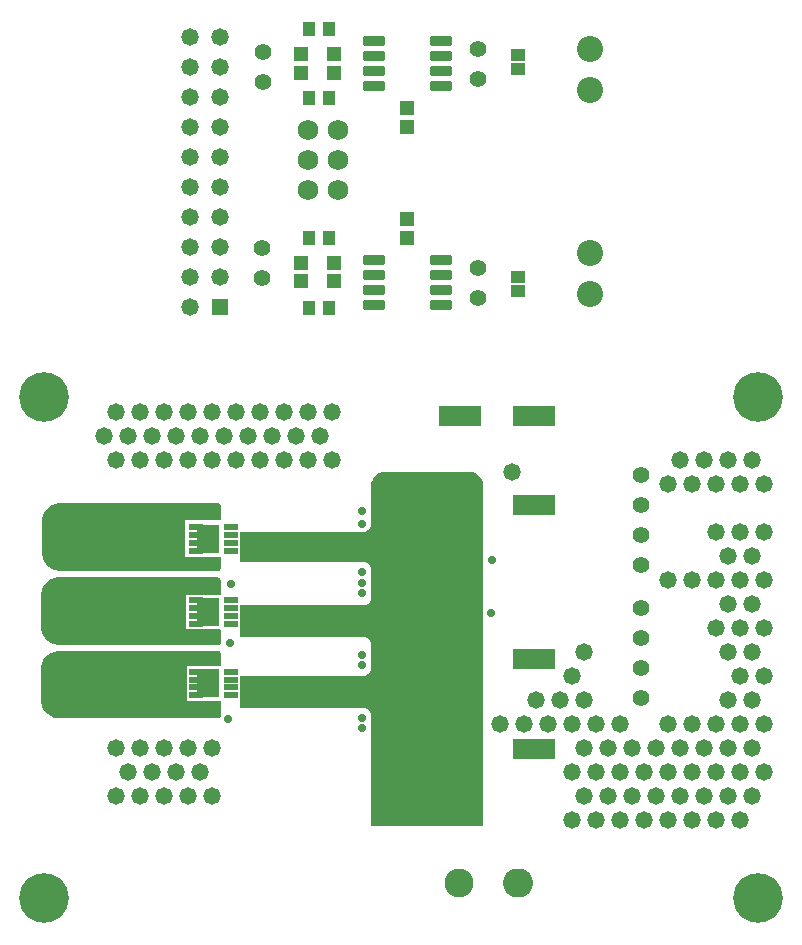
<source format=gts>
G04*
G04 #@! TF.GenerationSoftware,Altium Limited,Altium Designer,20.0.12 (288)*
G04*
G04 Layer_Color=8388736*
%FSLAX25Y25*%
%MOIN*%
G70*
G01*
G75*
%ADD22R,0.14186X0.07099*%
%ADD23R,0.04343X0.04737*%
%ADD24R,0.04737X0.04737*%
%ADD25R,0.04540X0.03950*%
G04:AMPARAMS|DCode=26|XSize=33.59mil|YSize=72.96mil|CornerRadius=5.92mil|HoleSize=0mil|Usage=FLASHONLY|Rotation=90.000|XOffset=0mil|YOffset=0mil|HoleType=Round|Shape=RoundedRectangle|*
%AMROUNDEDRECTD26*
21,1,0.03359,0.06112,0,0,90.0*
21,1,0.02175,0.07296,0,0,90.0*
1,1,0.01184,0.03056,0.01088*
1,1,0.01184,0.03056,-0.01088*
1,1,0.01184,-0.03056,-0.01088*
1,1,0.01184,-0.03056,0.01088*
%
%ADD26ROUNDEDRECTD26*%
%ADD27R,0.04698X0.02395*%
%ADD28R,0.07591X0.09599*%
%ADD29C,0.08674*%
%ADD30C,0.05524*%
%ADD31C,0.06800*%
%ADD32R,0.05800X0.05800*%
%ADD33C,0.05800*%
%ADD34C,0.16548*%
%ADD35O,0.10052X0.09658*%
%ADD36C,0.09658*%
%ADD37C,0.12611*%
%ADD38C,0.02800*%
G36*
X286959Y307808D02*
X287868Y307431D01*
X288687Y306884D01*
X289384Y306187D01*
X289931Y305368D01*
X290308Y304458D01*
X290500Y303492D01*
X290500Y303000D01*
X290500Y226500D01*
Y190000D01*
X253000D01*
Y226750D01*
X253000Y226750D01*
D01*
X252952Y227238D01*
X252578Y228139D01*
X251889Y228829D01*
X250988Y229202D01*
X250500Y229250D01*
X226750Y229250D01*
X209500D01*
Y240000D01*
X250500D01*
X250988Y240048D01*
X251889Y240421D01*
X252579Y241111D01*
X252952Y242012D01*
X253000Y242500D01*
X253000Y242500D01*
X253000Y250500D01*
X253000Y250500D01*
X253000Y250500D01*
X252952Y250988D01*
X252579Y251889D01*
X251889Y252579D01*
X250988Y252952D01*
X250500Y253000D01*
X250500Y253000D01*
X209500Y253000D01*
Y263500D01*
X251000D01*
X251390Y263538D01*
X252111Y263837D01*
X252663Y264389D01*
X252962Y265110D01*
X253000Y265500D01*
Y275500D01*
X253000Y275500D01*
X253000Y275500D01*
X252952Y275988D01*
X252579Y276889D01*
X251889Y277579D01*
X250988Y277952D01*
X250500Y278000D01*
X250500Y278000D01*
X209500Y278000D01*
Y288000D01*
X250500D01*
X250988Y288048D01*
X251889Y288421D01*
X252579Y289111D01*
X252952Y290012D01*
X253000Y290500D01*
X253000Y290500D01*
X253000Y303000D01*
X253000Y303000D01*
X253000Y303492D01*
X253192Y304458D01*
X253569Y305368D01*
X254116Y306187D01*
X254813Y306884D01*
X255631Y307431D01*
X256541Y307808D01*
X257507Y308000D01*
X258000Y308000D01*
X285500Y308000D01*
Y308000D01*
X285993Y308000D01*
X286959Y307808D01*
D02*
G37*
G36*
X202567Y297348D02*
X202848Y297066D01*
X203000Y296699D01*
Y296500D01*
X203000Y291919D01*
X191000Y291919D01*
X191000Y279500D01*
X203000Y279500D01*
X203000Y276000D01*
Y275801D01*
X202848Y275433D01*
X202567Y275152D01*
X202199Y275000D01*
X149500D01*
X148909Y275000D01*
X147750Y275231D01*
X146658Y275683D01*
X145675Y276339D01*
X144840Y277175D01*
X144183Y278158D01*
X143731Y279250D01*
X143500Y280409D01*
X143500Y281000D01*
X143500Y281000D01*
Y291500D01*
Y292091D01*
X143731Y293250D01*
X144183Y294342D01*
X144839Y295324D01*
X145675Y296160D01*
X146658Y296817D01*
X147750Y297269D01*
X148909Y297500D01*
X149500Y297500D01*
X149500Y297500D01*
X202199D01*
X202567Y297348D01*
D02*
G37*
G36*
X202278Y272709D02*
X202640Y272476D01*
X202736Y272337D01*
X202931Y271911D01*
X202931Y271910D01*
X202931Y271910D01*
X202931Y271910D01*
X202931Y267354D01*
X202578Y267000D01*
X191500D01*
Y255394D01*
X202578D01*
X202931Y255041D01*
X202931Y251205D01*
X202899Y250981D01*
X202668Y250592D01*
X202306Y250321D01*
X202129Y250275D01*
X201643Y250241D01*
Y250241D01*
X149143D01*
X148552Y250241D01*
X147393Y250472D01*
X146301Y250924D01*
X145318Y251581D01*
X144483Y252416D01*
X143826Y253399D01*
X143374Y254491D01*
X143143Y255650D01*
X143143Y256241D01*
X143143Y256241D01*
Y266741D01*
X143143Y267332D01*
X143374Y268491D01*
X143826Y269583D01*
X144483Y270566D01*
X145318Y271402D01*
X146301Y272058D01*
X147393Y272510D01*
X148552Y272741D01*
X149143Y272741D01*
X149143Y272741D01*
X201643Y272741D01*
X201854Y272787D01*
X202278Y272709D01*
D02*
G37*
G36*
X202552Y248121D02*
X202775Y247899D01*
X202775Y247898D01*
X202895Y247451D01*
Y247451D01*
X202895Y247451D01*
X202895Y247451D01*
Y243211D01*
X191529D01*
Y231500D01*
X202895D01*
X202895Y226609D01*
X202900Y226447D01*
X202784Y226145D01*
X202562Y225910D01*
X202550Y225905D01*
X202105Y225774D01*
Y225774D01*
X149143Y225741D01*
X148552Y225741D01*
X147393Y225972D01*
X146301Y226424D01*
X145318Y227080D01*
X144483Y227916D01*
X143826Y228899D01*
X143374Y229991D01*
X143143Y231150D01*
X143143Y231741D01*
X143143Y231741D01*
Y242832D01*
X143374Y243991D01*
X143826Y245083D01*
X144483Y246066D01*
X145318Y246901D01*
X146301Y247558D01*
X147393Y248010D01*
X148552Y248241D01*
X149143Y248241D01*
X149143Y248241D01*
X202105Y248241D01*
X202262Y248241D01*
X202552Y248121D01*
D02*
G37*
D22*
X282795Y215500D02*
D03*
X307205D02*
D03*
X282795Y245500D02*
D03*
X307205D02*
D03*
X282795Y297000D02*
D03*
X307205D02*
D03*
X282795Y326500D02*
D03*
X307205D02*
D03*
D23*
X238949Y386044D02*
D03*
X232257D02*
D03*
X238949Y362544D02*
D03*
X232257D02*
D03*
X238949Y455544D02*
D03*
X232257D02*
D03*
X238949Y432544D02*
D03*
X232257D02*
D03*
D24*
X240603Y371395D02*
D03*
Y377694D02*
D03*
X229603Y371395D02*
D03*
Y377694D02*
D03*
X265103Y392194D02*
D03*
Y385895D02*
D03*
Y422895D02*
D03*
Y429194D02*
D03*
X240603Y440895D02*
D03*
Y447194D02*
D03*
X229603Y440895D02*
D03*
Y447194D02*
D03*
D25*
X302103Y368084D02*
D03*
Y373005D02*
D03*
Y442084D02*
D03*
Y447005D02*
D03*
D26*
X253981Y378544D02*
D03*
Y373544D02*
D03*
Y368544D02*
D03*
Y363544D02*
D03*
X276225Y378544D02*
D03*
Y373544D02*
D03*
Y368544D02*
D03*
Y363544D02*
D03*
X253981Y451544D02*
D03*
Y446544D02*
D03*
Y441544D02*
D03*
Y436544D02*
D03*
X276225Y451544D02*
D03*
Y446544D02*
D03*
Y441544D02*
D03*
Y436544D02*
D03*
D27*
X194748Y241295D02*
D03*
Y238697D02*
D03*
Y233500D02*
D03*
Y236098D02*
D03*
X206500Y241295D02*
D03*
Y238697D02*
D03*
Y233500D02*
D03*
Y236098D02*
D03*
X194748Y265098D02*
D03*
Y262500D02*
D03*
Y257303D02*
D03*
Y259902D02*
D03*
X206500Y265098D02*
D03*
Y262500D02*
D03*
Y257303D02*
D03*
Y259902D02*
D03*
X194748Y289500D02*
D03*
Y286901D02*
D03*
Y281705D02*
D03*
Y284303D02*
D03*
X206500Y289500D02*
D03*
Y286901D02*
D03*
Y281705D02*
D03*
Y284303D02*
D03*
D28*
X198655Y237398D02*
D03*
Y261201D02*
D03*
Y285602D02*
D03*
D29*
X326103Y367265D02*
D03*
Y381044D02*
D03*
Y435265D02*
D03*
Y449044D02*
D03*
D30*
X288603Y439044D02*
D03*
Y449044D02*
D03*
X216603Y372544D02*
D03*
Y382544D02*
D03*
X217103Y438044D02*
D03*
Y448044D02*
D03*
X343000Y242500D02*
D03*
Y232500D02*
D03*
Y252500D02*
D03*
Y262500D02*
D03*
Y287000D02*
D03*
Y277000D02*
D03*
Y297000D02*
D03*
Y307000D02*
D03*
X288603Y376044D02*
D03*
Y366044D02*
D03*
D31*
X232103Y402044D02*
D03*
Y412044D02*
D03*
Y422044D02*
D03*
X242103D02*
D03*
Y412044D02*
D03*
Y402044D02*
D03*
D32*
X202603Y363044D02*
D03*
D33*
Y373044D02*
D03*
Y383044D02*
D03*
Y393044D02*
D03*
X202603Y403044D02*
D03*
X202603Y413044D02*
D03*
Y423044D02*
D03*
Y433044D02*
D03*
Y443044D02*
D03*
Y453044D02*
D03*
X192603Y363044D02*
D03*
X192603Y373044D02*
D03*
X192603Y383044D02*
D03*
Y393044D02*
D03*
X192603Y403044D02*
D03*
X192603Y413044D02*
D03*
Y423044D02*
D03*
Y433044D02*
D03*
X192603Y443044D02*
D03*
Y453044D02*
D03*
X376000Y256000D02*
D03*
X372000Y200000D02*
D03*
X352000Y208000D02*
D03*
X380000Y200000D02*
D03*
X384000Y272000D02*
D03*
X324000Y216000D02*
D03*
X360000Y224000D02*
D03*
X316000Y232000D02*
D03*
X312000Y224000D02*
D03*
X376000Y304000D02*
D03*
X384000Y224000D02*
D03*
X380000Y280000D02*
D03*
X376000Y272000D02*
D03*
X356000Y200000D02*
D03*
X332000D02*
D03*
X344000Y192000D02*
D03*
X372000Y264000D02*
D03*
X344000Y208000D02*
D03*
X308000Y232000D02*
D03*
X320000Y240000D02*
D03*
X356000Y312000D02*
D03*
X296000Y224000D02*
D03*
X372000Y216000D02*
D03*
X360000Y208000D02*
D03*
X368000Y224000D02*
D03*
X348000Y200000D02*
D03*
X324000D02*
D03*
X340000Y216000D02*
D03*
X376000Y224000D02*
D03*
X380000Y216000D02*
D03*
X352000Y224000D02*
D03*
X364000Y216000D02*
D03*
X320000Y224000D02*
D03*
X364000Y312000D02*
D03*
X368000Y288000D02*
D03*
X324000Y232000D02*
D03*
X372000D02*
D03*
Y280000D02*
D03*
X384000Y288000D02*
D03*
X348000Y216000D02*
D03*
X336000Y208000D02*
D03*
X384000Y304000D02*
D03*
Y240000D02*
D03*
X336000Y224000D02*
D03*
X328000D02*
D03*
X380000Y232000D02*
D03*
X376000Y192000D02*
D03*
X368040Y255832D02*
D03*
X360000Y192000D02*
D03*
X380000Y312000D02*
D03*
X328000Y192000D02*
D03*
X304000Y224000D02*
D03*
X352040Y271832D02*
D03*
X380000Y264000D02*
D03*
X376000Y208000D02*
D03*
X364000Y200000D02*
D03*
X324000Y248000D02*
D03*
X384000Y256000D02*
D03*
X360000Y304000D02*
D03*
X320000Y192000D02*
D03*
X368000Y304000D02*
D03*
Y192000D02*
D03*
X372000Y312000D02*
D03*
X376000Y288000D02*
D03*
X352000Y192000D02*
D03*
X368000Y272000D02*
D03*
X340000Y200000D02*
D03*
X328000Y208000D02*
D03*
X372040Y247832D02*
D03*
X376000Y240000D02*
D03*
X356000Y216000D02*
D03*
X360040Y271832D02*
D03*
X336000Y192000D02*
D03*
X332000Y216000D02*
D03*
X384000Y208000D02*
D03*
X380000Y248000D02*
D03*
X352000Y304000D02*
D03*
X320000Y208000D02*
D03*
X368000D02*
D03*
X240000Y328000D02*
D03*
Y312000D02*
D03*
X232000Y328000D02*
D03*
X236000Y320000D02*
D03*
X232000Y312000D02*
D03*
X224000Y328000D02*
D03*
X228000Y320000D02*
D03*
X224000Y312000D02*
D03*
X216000Y328000D02*
D03*
X220000Y320000D02*
D03*
X216000Y312000D02*
D03*
X208000Y328000D02*
D03*
X212000Y320000D02*
D03*
X208000Y312000D02*
D03*
X200000Y328000D02*
D03*
X204000Y320000D02*
D03*
X200000Y312000D02*
D03*
X192000Y328000D02*
D03*
X196000Y320000D02*
D03*
X192000Y312000D02*
D03*
X184000Y328000D02*
D03*
X188000Y320000D02*
D03*
X184000Y312000D02*
D03*
X176000Y328000D02*
D03*
X180000Y320000D02*
D03*
X176000Y312000D02*
D03*
X168000Y328000D02*
D03*
X172000Y320000D02*
D03*
X168000Y312000D02*
D03*
X164000Y320000D02*
D03*
X200000Y216000D02*
D03*
Y200000D02*
D03*
X192000Y216000D02*
D03*
X196000Y208000D02*
D03*
X192000Y200000D02*
D03*
X184000Y216000D02*
D03*
X188000Y208000D02*
D03*
X184000Y200000D02*
D03*
X176000Y216000D02*
D03*
X180000Y208000D02*
D03*
X176000Y200000D02*
D03*
X168000Y216000D02*
D03*
X172000Y208000D02*
D03*
X168000Y200000D02*
D03*
X300000Y308000D02*
D03*
D34*
X382000Y166000D02*
D03*
Y333000D02*
D03*
X144000D02*
D03*
Y166000D02*
D03*
D35*
X302185Y171000D02*
D03*
D36*
X282500D02*
D03*
D37*
X149705Y281185D02*
D03*
Y261500D02*
D03*
Y241815D02*
D03*
D38*
X206500Y270500D02*
D03*
X205500Y225500D02*
D03*
X250000Y226000D02*
D03*
Y222500D02*
D03*
X206000Y251000D02*
D03*
X250000Y247000D02*
D03*
X293000Y261000D02*
D03*
X293389Y278598D02*
D03*
X250000Y290500D02*
D03*
Y243500D02*
D03*
Y271000D02*
D03*
Y267500D02*
D03*
Y274500D02*
D03*
Y295000D02*
D03*
M02*

</source>
